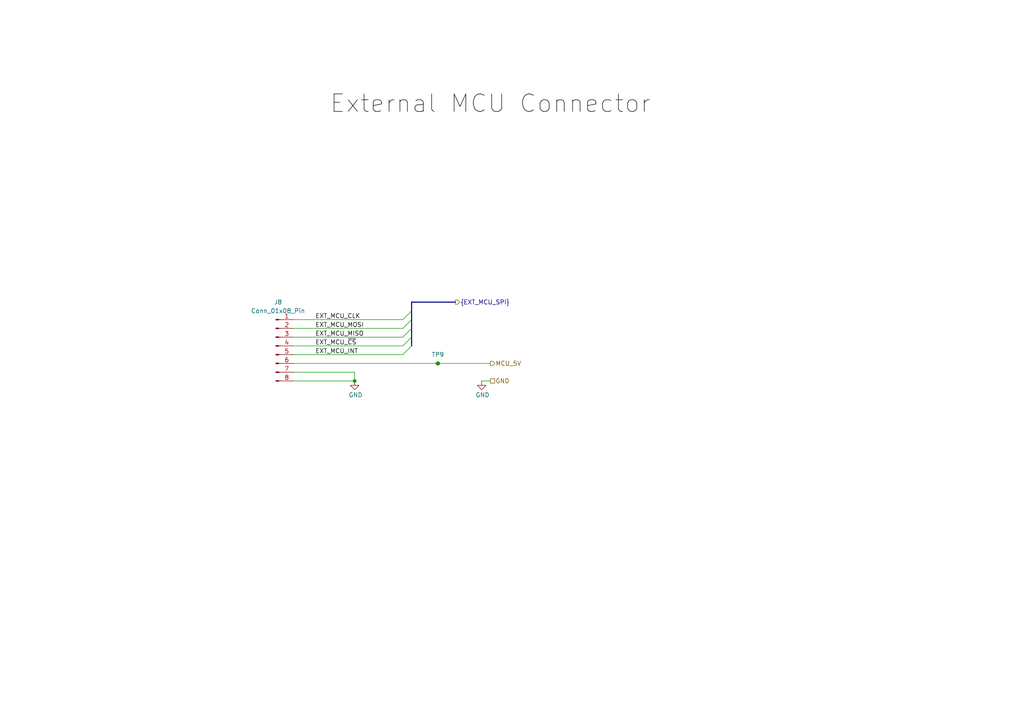
<source format=kicad_sch>
(kicad_sch (version 20250114) (generator "eeschema") (generator_version "9.0")
  (paper "A4")
  (title_block (title "MAGE-CANBOB-002") (date "2025-05-14") (rev "1") (comment 1 "Yiannis Michael") (comment 2 "2025-05-14") (comment 3 "Chris Thomas") (comment 4 "2025-06-02"))
  (lib_symbols
    (symbol "Connector:Conn_01x08_Pin" (pin_names (offset 1.016) (hide yes))
      (property "Reference" "J" (at 0 10.16 0))
      (property "Value" "Conn_01x08_Pin" (at 0 -12.7 0))
      (symbol "Conn_01x08_Pin_1_1"
        (rectangle (start 0.8636 7.747) (end 0 7.493) (stroke (width 0.1524)) (fill (type outline)))
        (rectangle (start 0.8636 5.207) (end 0 4.953) (stroke (width 0.1524)) (fill (type outline)))
        (rectangle (start 0.8636 2.667) (end 0 2.413) (stroke (width 0.1524)) (fill (type outline)))
        (rectangle (start 0.8636 0.127) (end 0 -0.127) (stroke (width 0.1524)) (fill (type outline)))
        (rectangle (start 0.8636 -2.413) (end 0 -2.667) (stroke (width 0.1524)) (fill (type outline)))
        (rectangle (start 0.8636 -4.953) (end 0 -5.207) (stroke (width 0.1524)) (fill (type outline)))
        (rectangle (start 0.8636 -7.493) (end 0 -7.747) (stroke (width 0.1524)) (fill (type outline)))
        (rectangle (start 0.8636 -10.033) (end 0 -10.287) (stroke (width 0.1524)) (fill (type outline)))
        (polyline (pts (xy 1.27 7.62) (xy 0.8636 7.62)) (stroke (width 0.1524)))
        (polyline (pts (xy 1.27 5.08) (xy 0.8636 5.08)) (stroke (width 0.1524)))
        (polyline (pts (xy 1.27 2.54) (xy 0.8636 2.54)) (stroke (width 0.1524)))
        (polyline (pts (xy 1.27 0) (xy 0.8636 0)) (stroke (width 0.1524)))
        (polyline (pts (xy 1.27 -2.54) (xy 0.8636 -2.54)) (stroke (width 0.1524)))
        (polyline (pts (xy 1.27 -5.08) (xy 0.8636 -5.08)) (stroke (width 0.1524)))
        (polyline (pts (xy 1.27 -7.62) (xy 0.8636 -7.62)) (stroke (width 0.1524)))
        (polyline (pts (xy 1.27 -10.16) (xy 0.8636 -10.16)) (stroke (width 0.1524)))
        (pin passive line (at 5.08 7.62 180) (length 3.81) (name "Pin_1") (number "1"))
        (pin passive line (at 5.08 5.08 180) (length 3.81) (name "Pin_2") (number "2"))
        (pin passive line (at 5.08 2.54 180) (length 3.81) (name "Pin_3") (number "3"))
        (pin passive line (at 5.08 0 180) (length 3.81) (name "Pin_4") (number "4"))
        (pin passive line (at 5.08 -2.54 180) (length 3.81) (name "Pin_5") (number "5"))
        (pin passive line (at 5.08 -5.08 180) (length 3.81) (name "Pin_6") (number "6"))
        (pin passive line (at 5.08 -7.62 180) (length 3.81) (name "Pin_7") (number "7"))
        (pin passive line (at 5.08 -10.16 180) (length 3.81) (name "Pin_8") (number "8"))
      )
    )
    (symbol "Connector:TestPoint_Small" (pin_numbers (hide yes)) (pin_names (offset 0.762) (hide yes))
      (property "Reference" "TP" (at 0 3.81 0))
      (property "Value" "TestPoint_Small" (at 0 2.032 0))
      (symbol "TestPoint_Small_0_1"
        (circle (center 0 0) (radius 0.508))
      )
      (symbol "TestPoint_Small_1_1"
        (pin passive line (at 0 0 90) (length 0) (name "1") (number "1"))
      )
    )
    (symbol "power:GND" (power) (pin_numbers (hide yes)) (pin_names (offset 0) (hide yes))
      (property "Value" "GND" (at 0 -3.81 0))
      (symbol "GND_0_1"
        (polyline (pts (xy 0 0) (xy 0 -1.27) (xy 1.27 -1.27) (xy 0 -2.54) (xy -1.27 -1.27) (xy 0 -1.27)))
      )
      (symbol "GND_1_1"
        (pin power_in line (at 0 0 270) (length 0) (name "~") (number "1"))
      )
    )
  )
  (bus_alias "EXT_MCU_SPI" (members "EXT_MCU_CLK" "EXT_MCU_MOSI" "EXT_MCU_MISO" "EXT_MCU_~{CS}" "EXT_MCU_INT"))
  (text "External MCU Connector" (at 142.24 30.226 0) (effects (font (size 5.08 5.08))))
  (junction (at 127 105.41))
  (junction (at 102.87 110.49))
  (bus_entry (at 116.84 102.87) (size 2.54 -2.54))
  (bus_entry (at 116.84 95.25) (size 2.54 -2.54))
  (bus_entry (at 116.84 97.79) (size 2.54 -2.54))
  (bus_entry (at 116.84 100.33) (size 2.54 -2.54))
  (bus_entry (at 116.84 92.71) (size 2.54 -2.54))
  (wire (pts (xy 102.87 110.49) (xy 85.09 110.49)))
  (wire (pts (xy 127 105.41) (xy 142.24 105.41)))
  (wire (pts (xy 85.09 92.71) (xy 116.84 92.71)))
  (bus (pts (xy 119.38 90.17) (xy 119.38 87.63)))
  (bus (pts (xy 119.38 97.79) (xy 119.38 95.25)))
  (wire (pts (xy 85.09 95.25) (xy 116.84 95.25)))
  (bus (pts (xy 119.38 87.63) (xy 132.08 87.63)))
  (wire (pts (xy 102.87 107.95) (xy 102.87 110.49)))
  (wire (pts (xy 85.09 107.95) (xy 102.87 107.95)))
  (wire (pts (xy 85.09 105.41) (xy 127 105.41)))
  (wire (pts (xy 85.09 100.33) (xy 116.84 100.33)))
  (wire (pts (xy 85.09 102.87) (xy 116.84 102.87)))
  (bus (pts (xy 119.38 92.71) (xy 119.38 90.17)))
  (wire (pts (xy 85.09 97.79) (xy 116.84 97.79)))
  (bus (pts (xy 119.38 95.25) (xy 119.38 92.71)))
  (bus (pts (xy 119.38 100.33) (xy 119.38 97.79)))
  (wire (pts (xy 139.7 110.49) (xy 142.24 110.49)))
  (label "EXT_MCU_MISO" (at 91.44 97.79 0))
  (label "EXT_MCU_MOSI" (at 91.44 95.25 0))
  (label "EXT_MCU_INT" (at 91.44 102.87 0))
  (label "EXT_MCU_CLK" (at 91.44 92.71 0))
  (label "EXT_MCU_~{CS}" (at 91.44 100.33 0))
  (hierarchical_label "MCU_5V" (shape output) (at 142.24 105.41 0))
  (hierarchical_label "{EXT_MCU_SPI}" (shape output) (at 132.08 87.63 0))
  (hierarchical_label "GND" (shape passive) (at 142.24 110.49 0))
  (symbol (lib_id "Connector:TestPoint_Small") (at 127 105.41 0) (unit 1)
    (property "Reference" "TP9" (at 127 102.87 0))
    (property "Value" "TestPoint_Small" (effects (hide yes)))
    (property "Footprint" "TestPoint:TestPoint_Pad_D1.5mm" (effects (hide yes)))
    (property "Description" "test point" (effects (hide yes)))
    (property "MPN" "Generic" (effects (hide yes)))
  )
  (symbol (lib_id "Connector:Conn_01x08_Pin") (at 80.01 100.33 0) (unit 1)
    (property "Reference" "J8" (at 80.645 87.63 0))
    (property "Value" "Conn_01x08_Pin" (at 80.645 90.17 0))
    (property "Footprint" "Connector_IDC:IDC-Header_2x04_P2.54mm_Horizontal" (effects (hide yes)))
    (property "Description" "Generic connector, single row, 01x08, script generated" (effects (hide yes)))
    (property "MPN" "61200821721" (effects (hide yes)))
  )
  (symbol (lib_id "power:GND") (at 139.7 110.49 0) (unit 1)
    (property "Reference" "#PWR061" (effects (hide yes)))
    (property "Value" "GND" (at 139.954 114.554 0))
    (property "Description" "Power symbol creates a global label with name \"GND\" , ground" (effects (hide yes)))
  )
  (symbol (lib_id "power:GND") (at 102.87 110.49 0) (unit 1)
    (property "Reference" "#PWR060" (effects (hide yes)))
    (property "Value" "GND" (at 103.124 114.554 0))
    (property "Description" "Power symbol creates a global label with name \"GND\" , ground" (effects (hide yes)))
  )
)
</source>
